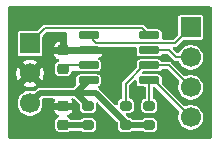
<source format=gbr>
%TF.GenerationSoftware,KiCad,Pcbnew,9.0.2+dfsg-1*%
%TF.CreationDate,2025-11-23T23:22:12+02:00*%
%TF.ProjectId,stm8s001j3-dev-board,73746d38-7330-4303-916a-332d6465762d,1*%
%TF.SameCoordinates,Original*%
%TF.FileFunction,Copper,L1,Top*%
%TF.FilePolarity,Positive*%
%FSLAX46Y46*%
G04 Gerber Fmt 4.6, Leading zero omitted, Abs format (unit mm)*
G04 Created by KiCad (PCBNEW 9.0.2+dfsg-1) date 2025-11-23 23:22:12*
%MOMM*%
%LPD*%
G01*
G04 APERTURE LIST*
G04 Aperture macros list*
%AMRoundRect*
0 Rectangle with rounded corners*
0 $1 Rounding radius*
0 $2 $3 $4 $5 $6 $7 $8 $9 X,Y pos of 4 corners*
0 Add a 4 corners polygon primitive as box body*
4,1,4,$2,$3,$4,$5,$6,$7,$8,$9,$2,$3,0*
0 Add four circle primitives for the rounded corners*
1,1,$1+$1,$2,$3*
1,1,$1+$1,$4,$5*
1,1,$1+$1,$6,$7*
1,1,$1+$1,$8,$9*
0 Add four rect primitives between the rounded corners*
20,1,$1+$1,$2,$3,$4,$5,0*
20,1,$1+$1,$4,$5,$6,$7,0*
20,1,$1+$1,$6,$7,$8,$9,0*
20,1,$1+$1,$8,$9,$2,$3,0*%
G04 Aperture macros list end*
%TA.AperFunction,SMDPad,CuDef*%
%ADD10RoundRect,0.225000X0.250000X-0.225000X0.250000X0.225000X-0.250000X0.225000X-0.250000X-0.225000X0*%
%TD*%
%TA.AperFunction,ComponentPad*%
%ADD11R,1.700000X1.700000*%
%TD*%
%TA.AperFunction,ComponentPad*%
%ADD12C,1.700000*%
%TD*%
%TA.AperFunction,SMDPad,CuDef*%
%ADD13RoundRect,0.150000X-0.725000X-0.150000X0.725000X-0.150000X0.725000X0.150000X-0.725000X0.150000X0*%
%TD*%
%TA.AperFunction,SMDPad,CuDef*%
%ADD14RoundRect,0.200000X0.275000X-0.200000X0.275000X0.200000X-0.275000X0.200000X-0.275000X-0.200000X0*%
%TD*%
%TA.AperFunction,SMDPad,CuDef*%
%ADD15RoundRect,0.200000X-0.275000X0.200000X-0.275000X-0.200000X0.275000X-0.200000X0.275000X0.200000X0*%
%TD*%
%TA.AperFunction,SMDPad,CuDef*%
%ADD16RoundRect,0.218750X-0.256250X0.218750X-0.256250X-0.218750X0.256250X-0.218750X0.256250X0.218750X0*%
%TD*%
%TA.AperFunction,Conductor*%
%ADD17C,0.200000*%
%TD*%
%TA.AperFunction,Conductor*%
%ADD18C,0.500000*%
%TD*%
G04 APERTURE END LIST*
D10*
%TO.P,C1,1*%
%TO.N,Net-(U1-VCAP)*%
X151200000Y-100350000D03*
%TO.P,C1,2*%
%TO.N,GND*%
X151200000Y-98800000D03*
%TD*%
D11*
%TO.P,J2,1,Pin_1*%
%TO.N,/SWIM*%
X148400000Y-98200000D03*
D12*
%TO.P,J2,2,Pin_2*%
%TO.N,GND*%
X148400000Y-100740000D03*
%TO.P,J2,3,Pin_3*%
%TO.N,+3V3*%
X148400000Y-103280000D03*
%TD*%
D13*
%TO.P,U1,1,PD6*%
%TO.N,/PD6*%
X153350000Y-97520000D03*
%TO.P,U1,2,VSS*%
%TO.N,GND*%
X153350000Y-98790000D03*
%TO.P,U1,3,VCAP*%
%TO.N,Net-(U1-VCAP)*%
X153350000Y-100060000D03*
%TO.P,U1,4,VDD*%
%TO.N,+3V3*%
X153350000Y-101330000D03*
%TO.P,U1,5,PB5*%
%TO.N,/SDA*%
X158500000Y-101330000D03*
%TO.P,U1,6,PB4*%
%TO.N,/SCL*%
X158500000Y-100060000D03*
%TO.P,U1,7,PC5*%
%TO.N,/PD5*%
X158500000Y-98790000D03*
%TO.P,U1,8,PD5*%
%TO.N,/SWIM*%
X158500000Y-97520000D03*
%TD*%
D14*
%TO.P,R2,1*%
%TO.N,+3V3*%
X156500000Y-105125000D03*
%TO.P,R2,2*%
%TO.N,/SCL*%
X156500000Y-103475000D03*
%TD*%
D15*
%TO.P,R3,1*%
%TO.N,+3V3*%
X153300000Y-103475000D03*
%TO.P,R3,2*%
%TO.N,Net-(D1-A)*%
X153300000Y-105125000D03*
%TD*%
D11*
%TO.P,J1,1,Pin_1*%
%TO.N,/PD6*%
X162000000Y-96850000D03*
D12*
%TO.P,J1,2,Pin_2*%
%TO.N,/PD5*%
X162000000Y-99390000D03*
%TO.P,J1,3,Pin_3*%
%TO.N,/SCL*%
X162000000Y-101930000D03*
%TO.P,J1,4,Pin_4*%
%TO.N,/SDA*%
X162000000Y-104470000D03*
%TD*%
D16*
%TO.P,D1,1,K*%
%TO.N,GND*%
X151200000Y-103512500D03*
%TO.P,D1,2,A*%
%TO.N,Net-(D1-A)*%
X151200000Y-105087500D03*
%TD*%
D14*
%TO.P,R1,1*%
%TO.N,+3V3*%
X158500000Y-105125000D03*
%TO.P,R1,2*%
%TO.N,/SDA*%
X158500000Y-103475000D03*
%TD*%
D17*
%TO.N,Net-(U1-VCAP)*%
X151490000Y-100060000D02*
X151200000Y-100350000D01*
X153350000Y-100060000D02*
X151490000Y-100060000D01*
%TO.N,/PD6*%
X162000000Y-96850000D02*
X160661000Y-98189000D01*
X154019000Y-98189000D02*
X153350000Y-97520000D01*
X160661000Y-98189000D02*
X154019000Y-98189000D01*
%TO.N,/SDA*%
X162000000Y-104470000D02*
X158860000Y-101330000D01*
X158500000Y-103475000D02*
X158500000Y-101330000D01*
X158860000Y-101330000D02*
X158500000Y-101330000D01*
%TO.N,/SCL*%
X158040000Y-100060000D02*
X158500000Y-100060000D01*
X156500000Y-101600000D02*
X158040000Y-100060000D01*
X162000000Y-101930000D02*
X160130000Y-100060000D01*
X160130000Y-100060000D02*
X158500000Y-100060000D01*
X156500000Y-103475000D02*
X156500000Y-101600000D01*
%TO.N,/PD5*%
X160790000Y-99390000D02*
X160190000Y-98790000D01*
X160190000Y-98790000D02*
X158500000Y-98790000D01*
X162000000Y-99390000D02*
X160790000Y-99390000D01*
%TO.N,/SWIM*%
X148400000Y-98200000D02*
X149681000Y-96919000D01*
X157899000Y-96919000D02*
X158500000Y-97520000D01*
X149681000Y-96919000D02*
X157899000Y-96919000D01*
D18*
%TO.N,Net-(D1-A)*%
X153300000Y-105125000D02*
X151237500Y-105125000D01*
D17*
X151237500Y-105125000D02*
X151200000Y-105087500D01*
%TO.N,+3V3*%
X156500000Y-104900000D02*
X156500000Y-105125000D01*
D18*
X152280000Y-102400000D02*
X154000000Y-102400000D01*
X153350000Y-101330000D02*
X152280000Y-102400000D01*
D17*
X153350000Y-103475000D02*
X153350000Y-103470000D01*
D18*
X148400000Y-103280000D02*
X149280000Y-102400000D01*
D17*
X152280000Y-102400000D02*
X152000000Y-102400000D01*
D18*
X152000000Y-102400000D02*
X152375000Y-102400000D01*
X154000000Y-102400000D02*
X156500000Y-104900000D01*
X153350000Y-103470000D02*
X152280000Y-102400000D01*
X149280000Y-102400000D02*
X152000000Y-102400000D01*
X156500000Y-105125000D02*
X158500000Y-105125000D01*
%TD*%
%TA.AperFunction,Conductor*%
%TO.N,GND*%
G36*
X163742539Y-95080185D02*
G01*
X163788294Y-95132989D01*
X163799500Y-95184500D01*
X163799500Y-106135500D01*
X163779815Y-106202539D01*
X163727011Y-106248294D01*
X163675500Y-106259500D01*
X146674500Y-106259500D01*
X146607461Y-106239815D01*
X146561706Y-106187011D01*
X146550500Y-106135500D01*
X146550500Y-103176530D01*
X147349500Y-103176530D01*
X147349500Y-103383469D01*
X147389868Y-103586412D01*
X147389870Y-103586420D01*
X147469058Y-103777596D01*
X147584024Y-103949657D01*
X147730342Y-104095975D01*
X147730345Y-104095977D01*
X147902402Y-104210941D01*
X148093580Y-104290130D01*
X148296530Y-104330499D01*
X148296534Y-104330500D01*
X148296535Y-104330500D01*
X148503466Y-104330500D01*
X148503467Y-104330499D01*
X148706420Y-104290130D01*
X148897598Y-104210941D01*
X149069655Y-104095977D01*
X149215977Y-103949655D01*
X149307620Y-103812500D01*
X150429880Y-103812500D01*
X150435010Y-103855223D01*
X150435010Y-103855224D01*
X150487325Y-103987886D01*
X150573489Y-104101510D01*
X150687113Y-104187674D01*
X150808765Y-104235647D01*
X150863909Y-104278553D01*
X150887102Y-104344461D01*
X150870982Y-104412445D01*
X150820665Y-104460922D01*
X150819571Y-104461486D01*
X150694250Y-104525341D01*
X150694243Y-104525346D01*
X150600346Y-104619243D01*
X150600343Y-104619248D01*
X150540047Y-104737582D01*
X150524500Y-104835748D01*
X150524500Y-105339251D01*
X150540047Y-105437417D01*
X150559364Y-105475329D01*
X150600342Y-105555751D01*
X150600344Y-105555753D01*
X150600346Y-105555756D01*
X150694243Y-105649653D01*
X150694245Y-105649654D01*
X150694249Y-105649658D01*
X150812580Y-105709951D01*
X150812581Y-105709951D01*
X150812583Y-105709952D01*
X150812582Y-105709952D01*
X150910749Y-105725500D01*
X150910754Y-105725500D01*
X151489251Y-105725500D01*
X151587417Y-105709952D01*
X151587418Y-105709951D01*
X151587420Y-105709951D01*
X151705751Y-105649658D01*
X151743589Y-105611820D01*
X151804912Y-105578334D01*
X151831271Y-105575500D01*
X152657746Y-105575500D01*
X152724785Y-105595185D01*
X152745428Y-105611820D01*
X152786653Y-105653046D01*
X152786655Y-105653047D01*
X152786658Y-105653050D01*
X152898332Y-105709951D01*
X152899698Y-105710647D01*
X152993475Y-105725499D01*
X152993481Y-105725500D01*
X153606518Y-105725499D01*
X153700304Y-105710646D01*
X153813342Y-105653050D01*
X153903050Y-105563342D01*
X153960646Y-105450304D01*
X153960646Y-105450302D01*
X153960647Y-105450301D01*
X153975499Y-105356524D01*
X153975500Y-105356519D01*
X153975499Y-104893482D01*
X153960646Y-104799696D01*
X153903050Y-104686658D01*
X153903046Y-104686654D01*
X153903045Y-104686652D01*
X153813347Y-104596954D01*
X153813344Y-104596952D01*
X153813342Y-104596950D01*
X153736517Y-104557805D01*
X153700301Y-104539352D01*
X153606524Y-104524500D01*
X152993482Y-104524500D01*
X152912519Y-104537323D01*
X152899696Y-104539354D01*
X152786658Y-104596950D01*
X152786657Y-104596951D01*
X152786653Y-104596953D01*
X152745428Y-104638180D01*
X152684105Y-104671666D01*
X152657746Y-104674500D01*
X151902981Y-104674500D01*
X151835942Y-104654815D01*
X151802660Y-104623381D01*
X151799656Y-104619246D01*
X151705756Y-104525346D01*
X151705747Y-104525339D01*
X151580429Y-104461486D01*
X151529633Y-104413512D01*
X151512838Y-104345691D01*
X151535376Y-104279556D01*
X151590091Y-104236105D01*
X151591235Y-104235647D01*
X151712885Y-104187675D01*
X151826510Y-104101510D01*
X151912674Y-103987886D01*
X151964989Y-103855224D01*
X151964989Y-103855223D01*
X151970120Y-103812500D01*
X150429880Y-103812500D01*
X149307620Y-103812500D01*
X149330941Y-103777598D01*
X149410130Y-103586420D01*
X149450500Y-103383465D01*
X149450500Y-103176535D01*
X149415125Y-102998691D01*
X149421352Y-102929100D01*
X149464215Y-102873922D01*
X149530105Y-102850678D01*
X149536742Y-102850500D01*
X150380274Y-102850500D01*
X150447313Y-102870185D01*
X150493068Y-102922989D01*
X150503012Y-102992147D01*
X150490417Y-103029216D01*
X150490437Y-103029224D01*
X150490279Y-103029624D01*
X150488360Y-103035273D01*
X150487327Y-103037109D01*
X150435010Y-103169775D01*
X150435010Y-103169776D01*
X150429879Y-103212500D01*
X151970120Y-103212500D01*
X151964989Y-103169776D01*
X151964989Y-103169775D01*
X151912672Y-103037109D01*
X151911640Y-103035273D01*
X151911205Y-103033389D01*
X151909563Y-103029224D01*
X151909677Y-103029179D01*
X151906932Y-103026011D01*
X151902669Y-102996369D01*
X151895942Y-102967190D01*
X151897749Y-102962152D01*
X151896988Y-102956853D01*
X151909429Y-102929609D01*
X151919544Y-102901428D01*
X151923788Y-102898167D01*
X151926013Y-102893297D01*
X151951205Y-102877106D01*
X151974953Y-102858865D01*
X151981491Y-102857643D01*
X151984791Y-102855523D01*
X152019726Y-102850500D01*
X152042035Y-102850500D01*
X152109074Y-102870185D01*
X152129716Y-102886819D01*
X152588181Y-103345284D01*
X152621666Y-103406607D01*
X152624500Y-103432965D01*
X152624500Y-103706517D01*
X152627344Y-103724471D01*
X152639354Y-103800304D01*
X152696950Y-103913342D01*
X152696952Y-103913344D01*
X152696954Y-103913347D01*
X152786652Y-104003045D01*
X152786654Y-104003046D01*
X152786658Y-104003050D01*
X152899694Y-104060645D01*
X152899698Y-104060647D01*
X152993475Y-104075499D01*
X152993481Y-104075500D01*
X153606518Y-104075499D01*
X153700304Y-104060646D01*
X153813342Y-104003050D01*
X153903050Y-103913342D01*
X153960646Y-103800304D01*
X153960646Y-103800302D01*
X153960647Y-103800301D01*
X153975499Y-103706524D01*
X153975500Y-103706519D01*
X153975499Y-103311963D01*
X153995183Y-103244925D01*
X154047987Y-103199170D01*
X154117146Y-103189226D01*
X154180701Y-103218251D01*
X154187180Y-103224283D01*
X155788181Y-104825284D01*
X155821666Y-104886607D01*
X155824500Y-104912965D01*
X155824500Y-105356517D01*
X155831536Y-105400941D01*
X155839354Y-105450304D01*
X155896950Y-105563342D01*
X155896952Y-105563344D01*
X155896954Y-105563347D01*
X155986652Y-105653045D01*
X155986654Y-105653046D01*
X155986658Y-105653050D01*
X156098332Y-105709951D01*
X156099698Y-105710647D01*
X156193475Y-105725499D01*
X156193481Y-105725500D01*
X156806518Y-105725499D01*
X156900304Y-105710646D01*
X157013342Y-105653050D01*
X157054572Y-105611820D01*
X157115895Y-105578334D01*
X157142254Y-105575500D01*
X157857746Y-105575500D01*
X157924785Y-105595185D01*
X157945428Y-105611820D01*
X157986653Y-105653046D01*
X157986655Y-105653047D01*
X157986658Y-105653050D01*
X158098332Y-105709951D01*
X158099698Y-105710647D01*
X158193475Y-105725499D01*
X158193481Y-105725500D01*
X158806518Y-105725499D01*
X158900304Y-105710646D01*
X159013342Y-105653050D01*
X159103050Y-105563342D01*
X159160646Y-105450304D01*
X159160646Y-105450302D01*
X159160647Y-105450301D01*
X159175499Y-105356524D01*
X159175500Y-105356519D01*
X159175499Y-104893482D01*
X159160646Y-104799696D01*
X159103050Y-104686658D01*
X159103046Y-104686654D01*
X159103045Y-104686652D01*
X159013347Y-104596954D01*
X159013344Y-104596952D01*
X159013342Y-104596950D01*
X158936517Y-104557805D01*
X158900301Y-104539352D01*
X158806524Y-104524500D01*
X158193482Y-104524500D01*
X158112519Y-104537323D01*
X158099696Y-104539354D01*
X157986658Y-104596950D01*
X157986657Y-104596951D01*
X157986653Y-104596953D01*
X157945428Y-104638180D01*
X157884105Y-104671666D01*
X157857746Y-104674500D01*
X157142254Y-104674500D01*
X157075215Y-104654815D01*
X157054572Y-104638180D01*
X157013346Y-104596953D01*
X157013344Y-104596952D01*
X157013342Y-104596950D01*
X156936517Y-104557805D01*
X156900301Y-104539352D01*
X156806526Y-104524500D01*
X156803371Y-104524252D01*
X156802242Y-104523821D01*
X156801707Y-104523737D01*
X156801724Y-104523624D01*
X156738083Y-104499369D01*
X156725418Y-104488315D01*
X156524283Y-104287180D01*
X156490798Y-104225857D01*
X156495782Y-104156165D01*
X156537654Y-104100232D01*
X156603118Y-104075815D01*
X156611964Y-104075499D01*
X156806517Y-104075499D01*
X156806518Y-104075499D01*
X156900304Y-104060646D01*
X157013342Y-104003050D01*
X157103050Y-103913342D01*
X157160646Y-103800304D01*
X157160646Y-103800302D01*
X157160647Y-103800301D01*
X157175499Y-103706524D01*
X157175500Y-103706519D01*
X157175499Y-103243482D01*
X157160646Y-103149696D01*
X157103050Y-103036658D01*
X157103046Y-103036654D01*
X157103045Y-103036652D01*
X157013347Y-102946954D01*
X157013344Y-102946952D01*
X157013342Y-102946950D01*
X156936517Y-102907805D01*
X156900301Y-102889352D01*
X156891020Y-102886337D01*
X156891836Y-102883825D01*
X156841963Y-102860180D01*
X156805034Y-102800866D01*
X156800500Y-102767640D01*
X156800500Y-101775832D01*
X156820185Y-101708793D01*
X156836815Y-101688155D01*
X157212819Y-101312150D01*
X157274142Y-101278666D01*
X157343834Y-101283650D01*
X157399767Y-101325522D01*
X157424184Y-101390986D01*
X157424500Y-101399832D01*
X157424500Y-101513260D01*
X157434426Y-101581391D01*
X157485803Y-101686485D01*
X157568514Y-101769196D01*
X157568515Y-101769196D01*
X157568517Y-101769198D01*
X157673607Y-101820573D01*
X157707673Y-101825536D01*
X157741739Y-101830500D01*
X157741740Y-101830500D01*
X158075500Y-101830500D01*
X158142539Y-101850185D01*
X158188294Y-101902989D01*
X158199500Y-101954500D01*
X158199500Y-102767640D01*
X158179815Y-102834679D01*
X158127011Y-102880434D01*
X158108842Y-102885911D01*
X158108981Y-102886337D01*
X158099699Y-102889352D01*
X158044297Y-102917580D01*
X157986658Y-102946950D01*
X157986657Y-102946951D01*
X157986652Y-102946954D01*
X157896954Y-103036652D01*
X157896951Y-103036657D01*
X157896950Y-103036658D01*
X157877751Y-103074337D01*
X157839352Y-103149698D01*
X157824500Y-103243475D01*
X157824500Y-103706517D01*
X157827344Y-103724471D01*
X157839354Y-103800304D01*
X157896950Y-103913342D01*
X157896952Y-103913344D01*
X157896954Y-103913347D01*
X157986652Y-104003045D01*
X157986654Y-104003046D01*
X157986658Y-104003050D01*
X158099694Y-104060645D01*
X158099698Y-104060647D01*
X158193475Y-104075499D01*
X158193481Y-104075500D01*
X158806518Y-104075499D01*
X158900304Y-104060646D01*
X159013342Y-104003050D01*
X159103050Y-103913342D01*
X159160646Y-103800304D01*
X159160646Y-103800302D01*
X159160647Y-103800301D01*
X159175499Y-103706524D01*
X159175500Y-103706519D01*
X159175499Y-103243482D01*
X159160646Y-103149696D01*
X159103050Y-103036658D01*
X159103046Y-103036654D01*
X159103045Y-103036652D01*
X159013347Y-102946954D01*
X159013344Y-102946952D01*
X159013342Y-102946950D01*
X158936517Y-102907805D01*
X158900301Y-102889352D01*
X158891020Y-102886337D01*
X158891836Y-102883825D01*
X158841963Y-102860180D01*
X158805034Y-102800866D01*
X158800500Y-102767640D01*
X158800500Y-101994833D01*
X158820185Y-101927794D01*
X158872989Y-101882039D01*
X158942147Y-101872095D01*
X159005703Y-101901120D01*
X159012181Y-101907152D01*
X161012924Y-103907895D01*
X161046409Y-103969218D01*
X161041425Y-104038910D01*
X161039804Y-104043029D01*
X160989870Y-104163579D01*
X160989868Y-104163587D01*
X160949500Y-104366530D01*
X160949500Y-104573469D01*
X160989868Y-104776412D01*
X160989870Y-104776420D01*
X161069058Y-104967596D01*
X161184024Y-105139657D01*
X161330342Y-105285975D01*
X161330345Y-105285977D01*
X161502402Y-105400941D01*
X161693580Y-105480130D01*
X161896530Y-105520499D01*
X161896534Y-105520500D01*
X161896535Y-105520500D01*
X162103466Y-105520500D01*
X162103467Y-105520499D01*
X162306420Y-105480130D01*
X162497598Y-105400941D01*
X162669655Y-105285977D01*
X162815977Y-105139655D01*
X162930941Y-104967598D01*
X163010130Y-104776420D01*
X163050500Y-104573465D01*
X163050500Y-104366535D01*
X163010130Y-104163580D01*
X162930941Y-103972402D01*
X162815977Y-103800345D01*
X162815975Y-103800342D01*
X162669657Y-103654024D01*
X162502616Y-103542412D01*
X162497598Y-103539059D01*
X162445002Y-103517273D01*
X162306420Y-103459870D01*
X162306412Y-103459868D01*
X162103469Y-103419500D01*
X162103465Y-103419500D01*
X161896535Y-103419500D01*
X161896530Y-103419500D01*
X161693587Y-103459868D01*
X161693579Y-103459870D01*
X161573029Y-103509804D01*
X161503559Y-103517273D01*
X161441080Y-103485998D01*
X161437895Y-103482924D01*
X159605851Y-101650880D01*
X159572366Y-101589557D01*
X159570828Y-101545324D01*
X159575500Y-101513260D01*
X159575500Y-101146740D01*
X159574532Y-101140099D01*
X159565573Y-101078608D01*
X159565573Y-101078607D01*
X159514198Y-100973517D01*
X159514196Y-100973515D01*
X159514196Y-100973514D01*
X159431485Y-100890803D01*
X159326391Y-100839426D01*
X159258261Y-100829500D01*
X159258260Y-100829500D01*
X157994833Y-100829500D01*
X157973587Y-100823261D01*
X157951499Y-100821682D01*
X157940715Y-100813609D01*
X157927794Y-100809815D01*
X157913294Y-100793081D01*
X157895566Y-100779810D01*
X157890858Y-100767189D01*
X157882039Y-100757011D01*
X157878887Y-100735093D01*
X157871149Y-100714346D01*
X157874011Y-100701185D01*
X157872095Y-100687853D01*
X157881294Y-100667709D01*
X157886001Y-100646073D01*
X157899269Y-100628347D01*
X157901120Y-100624297D01*
X157907152Y-100617819D01*
X157928152Y-100596819D01*
X157989475Y-100563334D01*
X158015833Y-100560500D01*
X159258261Y-100560500D01*
X159280971Y-100557191D01*
X159326393Y-100550573D01*
X159431483Y-100499198D01*
X159514198Y-100416483D01*
X159514200Y-100416477D01*
X159517077Y-100412450D01*
X159572051Y-100369326D01*
X159617997Y-100360500D01*
X159954167Y-100360500D01*
X160021206Y-100380185D01*
X160041848Y-100396819D01*
X161012924Y-101367895D01*
X161046409Y-101429218D01*
X161041425Y-101498910D01*
X161039804Y-101503029D01*
X160989870Y-101623579D01*
X160989868Y-101623587D01*
X160949500Y-101826530D01*
X160949500Y-102033469D01*
X160989868Y-102236412D01*
X160989870Y-102236420D01*
X161069058Y-102427596D01*
X161184024Y-102599657D01*
X161330342Y-102745975D01*
X161330345Y-102745977D01*
X161502402Y-102860941D01*
X161693580Y-102940130D01*
X161829621Y-102967190D01*
X161896530Y-102980499D01*
X161896534Y-102980500D01*
X161896535Y-102980500D01*
X162103466Y-102980500D01*
X162103467Y-102980499D01*
X162306420Y-102940130D01*
X162497598Y-102860941D01*
X162669655Y-102745977D01*
X162815977Y-102599655D01*
X162930941Y-102427598D01*
X163010130Y-102236420D01*
X163050500Y-102033465D01*
X163050500Y-101826535D01*
X163010130Y-101623580D01*
X162930941Y-101432402D01*
X162815977Y-101260345D01*
X162815975Y-101260342D01*
X162669657Y-101114024D01*
X162502616Y-101002412D01*
X162497598Y-100999059D01*
X162462978Y-100984719D01*
X162306420Y-100919870D01*
X162306412Y-100919868D01*
X162103469Y-100879500D01*
X162103465Y-100879500D01*
X161896535Y-100879500D01*
X161896530Y-100879500D01*
X161693587Y-100919868D01*
X161693579Y-100919870D01*
X161573029Y-100969804D01*
X161503559Y-100977273D01*
X161441080Y-100945998D01*
X161437895Y-100942924D01*
X160314512Y-99819541D01*
X160314511Y-99819540D01*
X160295574Y-99808607D01*
X160295574Y-99808605D01*
X160295571Y-99808605D01*
X160245994Y-99779981D01*
X160245991Y-99779979D01*
X160197727Y-99767047D01*
X160169562Y-99759500D01*
X160169560Y-99759500D01*
X159617997Y-99759500D01*
X159550958Y-99739815D01*
X159517077Y-99707550D01*
X159514194Y-99703512D01*
X159431485Y-99620803D01*
X159326391Y-99569426D01*
X159258261Y-99559500D01*
X159258260Y-99559500D01*
X157741740Y-99559500D01*
X157741739Y-99559500D01*
X157673608Y-99569426D01*
X157568514Y-99620803D01*
X157485803Y-99703514D01*
X157434427Y-99808607D01*
X157424500Y-99876739D01*
X157424500Y-100199166D01*
X157404815Y-100266205D01*
X157388181Y-100286847D01*
X156315489Y-101359540D01*
X156259541Y-101415487D01*
X156259535Y-101415495D01*
X156219982Y-101484004D01*
X156219979Y-101484009D01*
X156206326Y-101534962D01*
X156203552Y-101545318D01*
X156199500Y-101560439D01*
X156199500Y-102767640D01*
X156179815Y-102834679D01*
X156127011Y-102880434D01*
X156108842Y-102885911D01*
X156108981Y-102886337D01*
X156099699Y-102889352D01*
X156044297Y-102917580D01*
X155986658Y-102946950D01*
X155986657Y-102946951D01*
X155986652Y-102946954D01*
X155896954Y-103036652D01*
X155896951Y-103036657D01*
X155896950Y-103036658D01*
X155877751Y-103074337D01*
X155839352Y-103149698D01*
X155824500Y-103243475D01*
X155824500Y-103288035D01*
X155804815Y-103355074D01*
X155752011Y-103400829D01*
X155682853Y-103410773D01*
X155619297Y-103381748D01*
X155612819Y-103375716D01*
X154276616Y-102039513D01*
X154276610Y-102039508D01*
X154227064Y-102010903D01*
X154178848Y-101960336D01*
X154165626Y-101891729D01*
X154191594Y-101826864D01*
X154234602Y-101792116D01*
X154281483Y-101769198D01*
X154364198Y-101686483D01*
X154415573Y-101581393D01*
X154425500Y-101513260D01*
X154425500Y-101146740D01*
X154424532Y-101140099D01*
X154415573Y-101078608D01*
X154415573Y-101078607D01*
X154364198Y-100973517D01*
X154364196Y-100973515D01*
X154364196Y-100973514D01*
X154281485Y-100890803D01*
X154176391Y-100839426D01*
X154108261Y-100829500D01*
X154108260Y-100829500D01*
X152591740Y-100829500D01*
X152591739Y-100829500D01*
X152523608Y-100839426D01*
X152418514Y-100890803D01*
X152335803Y-100973514D01*
X152284426Y-101078608D01*
X152274500Y-101146739D01*
X152274500Y-101513260D01*
X152284426Y-101581392D01*
X152284426Y-101581393D01*
X152303686Y-101620790D01*
X152307678Y-101644174D01*
X152315969Y-101666403D01*
X152313449Y-101677982D01*
X152315444Y-101689663D01*
X152306160Y-101711493D01*
X152301117Y-101734676D01*
X152289965Y-101749572D01*
X152288100Y-101753960D01*
X152279967Y-101762930D01*
X152129714Y-101913182D01*
X152068393Y-101946666D01*
X152042035Y-101949500D01*
X149220691Y-101949500D01*
X149130325Y-101973713D01*
X149130324Y-101973712D01*
X149106116Y-101980199D01*
X149106113Y-101980200D01*
X149003386Y-102039511D01*
X149003383Y-102039513D01*
X148808842Y-102234054D01*
X148747519Y-102267539D01*
X148696970Y-102267990D01*
X148503468Y-102229500D01*
X148503465Y-102229500D01*
X148296535Y-102229500D01*
X148296530Y-102229500D01*
X148093587Y-102269868D01*
X148093579Y-102269870D01*
X147902403Y-102349058D01*
X147730342Y-102464024D01*
X147584024Y-102610342D01*
X147469058Y-102782403D01*
X147389870Y-102973579D01*
X147389868Y-102973587D01*
X147349500Y-103176530D01*
X146550500Y-103176530D01*
X146550500Y-100649493D01*
X147250000Y-100649493D01*
X147250000Y-100830506D01*
X147278317Y-101009293D01*
X147334251Y-101181444D01*
X147334252Y-101181447D01*
X147401772Y-101313961D01*
X147902094Y-100813641D01*
X147934075Y-100932993D01*
X147999901Y-101047007D01*
X148092993Y-101140099D01*
X148207007Y-101205925D01*
X148326357Y-101237905D01*
X147826036Y-101738225D01*
X147958555Y-101805748D01*
X148130706Y-101861682D01*
X148309494Y-101890000D01*
X148490506Y-101890000D01*
X148669293Y-101861682D01*
X148841441Y-101805749D01*
X148973962Y-101738225D01*
X148473642Y-101237905D01*
X148592993Y-101205925D01*
X148707007Y-101140099D01*
X148800099Y-101047007D01*
X148865925Y-100932993D01*
X148897905Y-100813641D01*
X149398225Y-101313962D01*
X149465749Y-101181441D01*
X149521682Y-101009293D01*
X149550000Y-100830506D01*
X149550000Y-100649493D01*
X149521682Y-100470706D01*
X149465748Y-100298555D01*
X149398225Y-100166036D01*
X148897905Y-100666357D01*
X148865925Y-100547007D01*
X148800099Y-100432993D01*
X148707007Y-100339901D01*
X148592993Y-100274075D01*
X148473642Y-100242094D01*
X148973962Y-99741773D01*
X148841447Y-99674252D01*
X148841444Y-99674251D01*
X148669293Y-99618317D01*
X148490506Y-99590000D01*
X148309494Y-99590000D01*
X148130706Y-99618317D01*
X147958555Y-99674251D01*
X147958552Y-99674252D01*
X147826037Y-99741773D01*
X148326358Y-100242094D01*
X148207007Y-100274075D01*
X148092993Y-100339901D01*
X147999901Y-100432993D01*
X147934075Y-100547007D01*
X147902094Y-100666357D01*
X147401773Y-100166037D01*
X147334252Y-100298552D01*
X147334251Y-100298555D01*
X147278317Y-100470706D01*
X147250000Y-100649493D01*
X146550500Y-100649493D01*
X146550500Y-97330247D01*
X147349500Y-97330247D01*
X147349500Y-99069752D01*
X147361131Y-99128229D01*
X147361132Y-99128230D01*
X147405447Y-99194552D01*
X147471769Y-99238867D01*
X147471770Y-99238868D01*
X147530247Y-99250499D01*
X147530250Y-99250500D01*
X147530252Y-99250500D01*
X149269750Y-99250500D01*
X149269751Y-99250499D01*
X149284568Y-99247552D01*
X149328229Y-99238868D01*
X149328229Y-99238867D01*
X149328231Y-99238867D01*
X149394552Y-99194552D01*
X149438867Y-99128231D01*
X149438867Y-99128229D01*
X149438868Y-99128229D01*
X149444483Y-99100000D01*
X150429071Y-99100000D01*
X150435131Y-99150467D01*
X150435131Y-99150468D01*
X150488077Y-99284729D01*
X150575278Y-99399721D01*
X150690270Y-99486922D01*
X150758334Y-99513763D01*
X150813478Y-99556669D01*
X150836671Y-99622577D01*
X150820551Y-99690561D01*
X150770234Y-99739038D01*
X150769140Y-99739602D01*
X150696781Y-99776471D01*
X150696774Y-99776476D01*
X150601476Y-99871774D01*
X150601473Y-99871778D01*
X150540279Y-99991878D01*
X150524500Y-100091506D01*
X150524500Y-100608493D01*
X150540279Y-100708121D01*
X150540280Y-100708124D01*
X150540281Y-100708126D01*
X150601472Y-100828220D01*
X150601473Y-100828221D01*
X150601476Y-100828225D01*
X150696774Y-100923523D01*
X150696778Y-100923526D01*
X150696780Y-100923528D01*
X150816874Y-100984719D01*
X150816876Y-100984719D01*
X150816878Y-100984720D01*
X150916507Y-101000500D01*
X150916512Y-101000500D01*
X151483493Y-101000500D01*
X151583121Y-100984720D01*
X151583121Y-100984719D01*
X151583126Y-100984719D01*
X151703220Y-100923528D01*
X151798528Y-100828220D01*
X151859719Y-100708126D01*
X151859720Y-100708121D01*
X151866613Y-100664603D01*
X151896542Y-100601468D01*
X151955853Y-100564536D01*
X151989086Y-100560000D01*
X152580358Y-100560000D01*
X152589326Y-100560325D01*
X152591739Y-100560500D01*
X152591740Y-100560500D01*
X154108261Y-100560500D01*
X154130971Y-100557191D01*
X154176393Y-100550573D01*
X154281483Y-100499198D01*
X154364198Y-100416483D01*
X154415573Y-100311393D01*
X154425500Y-100243260D01*
X154425500Y-99876740D01*
X154424776Y-99871774D01*
X154415573Y-99808607D01*
X154399863Y-99776471D01*
X154364198Y-99703517D01*
X154364196Y-99703515D01*
X154364196Y-99703514D01*
X154281485Y-99620803D01*
X154218793Y-99590155D01*
X154167210Y-99543027D01*
X154149296Y-99475493D01*
X154170737Y-99408994D01*
X154224726Y-99364644D01*
X154232300Y-99361712D01*
X154287643Y-99342347D01*
X154287645Y-99342346D01*
X154396792Y-99261792D01*
X154477346Y-99152644D01*
X154499266Y-99090000D01*
X152480000Y-99090000D01*
X151650000Y-99090000D01*
X151650000Y-99100000D01*
X150429071Y-99100000D01*
X149444483Y-99100000D01*
X149450499Y-99069752D01*
X149450500Y-99069750D01*
X149450500Y-98500000D01*
X150429070Y-98500000D01*
X150900000Y-98500000D01*
X150900000Y-98051068D01*
X150899999Y-98051068D01*
X150824532Y-98060131D01*
X150824531Y-98060131D01*
X150690270Y-98113077D01*
X150575278Y-98200278D01*
X150488077Y-98315270D01*
X150435131Y-98449531D01*
X150435131Y-98449532D01*
X150429070Y-98500000D01*
X149450500Y-98500000D01*
X149450500Y-97625833D01*
X149470185Y-97558794D01*
X149486819Y-97538152D01*
X149769152Y-97255819D01*
X149830475Y-97222334D01*
X149856833Y-97219500D01*
X151376000Y-97219500D01*
X151443039Y-97239185D01*
X151488794Y-97291989D01*
X151500000Y-97343500D01*
X151500000Y-98500000D01*
X152066880Y-98500000D01*
X152550000Y-98500000D01*
X152550000Y-98490000D01*
X154561101Y-98490000D01*
X154563685Y-98489500D01*
X157300500Y-98489500D01*
X157367539Y-98509185D01*
X157413294Y-98561989D01*
X157424500Y-98613500D01*
X157424500Y-98973260D01*
X157434426Y-99041391D01*
X157485803Y-99146485D01*
X157568514Y-99229196D01*
X157568515Y-99229196D01*
X157568517Y-99229198D01*
X157673607Y-99280573D01*
X157702131Y-99284729D01*
X157741739Y-99290500D01*
X157741740Y-99290500D01*
X159258261Y-99290500D01*
X159285508Y-99286530D01*
X159326393Y-99280573D01*
X159431483Y-99229198D01*
X159514198Y-99146483D01*
X159514200Y-99146477D01*
X159517077Y-99142450D01*
X159572051Y-99099326D01*
X159617997Y-99090500D01*
X160014167Y-99090500D01*
X160081206Y-99110185D01*
X160101848Y-99126819D01*
X160549540Y-99574511D01*
X160605489Y-99630460D01*
X160605491Y-99630461D01*
X160605495Y-99630464D01*
X160674004Y-99670017D01*
X160674011Y-99670021D01*
X160750438Y-99690500D01*
X160904564Y-99690500D01*
X160971603Y-99710185D01*
X161017358Y-99762989D01*
X161019121Y-99767039D01*
X161024482Y-99779981D01*
X161069058Y-99887596D01*
X161184024Y-100059657D01*
X161330342Y-100205975D01*
X161330345Y-100205977D01*
X161502402Y-100320941D01*
X161693580Y-100400130D01*
X161858795Y-100432993D01*
X161896530Y-100440499D01*
X161896534Y-100440500D01*
X161896535Y-100440500D01*
X162103466Y-100440500D01*
X162103467Y-100440499D01*
X162306420Y-100400130D01*
X162497598Y-100320941D01*
X162669655Y-100205977D01*
X162815977Y-100059655D01*
X162930941Y-99887598D01*
X163010130Y-99696420D01*
X163050500Y-99493465D01*
X163050500Y-99286535D01*
X163010130Y-99083580D01*
X162930941Y-98892402D01*
X162815977Y-98720345D01*
X162815975Y-98720342D01*
X162669657Y-98574024D01*
X162512507Y-98469021D01*
X162497598Y-98459059D01*
X162426135Y-98429458D01*
X162306420Y-98379870D01*
X162306412Y-98379868D01*
X162103469Y-98339500D01*
X162103465Y-98339500D01*
X161896535Y-98339500D01*
X161896530Y-98339500D01*
X161693587Y-98379868D01*
X161693579Y-98379870D01*
X161502403Y-98459058D01*
X161330342Y-98574024D01*
X161184024Y-98720342D01*
X161069057Y-98892404D01*
X161037070Y-98969629D01*
X160993229Y-99024032D01*
X160926934Y-99046097D01*
X160859235Y-99028818D01*
X160834828Y-99009857D01*
X160526152Y-98701181D01*
X160492667Y-98639858D01*
X160497651Y-98570166D01*
X160539523Y-98514233D01*
X160604987Y-98489816D01*
X160613833Y-98489500D01*
X160700560Y-98489500D01*
X160700562Y-98489500D01*
X160776989Y-98469021D01*
X160845511Y-98429460D01*
X160901460Y-98373511D01*
X161338152Y-97936819D01*
X161399475Y-97903334D01*
X161425833Y-97900500D01*
X162869750Y-97900500D01*
X162869751Y-97900499D01*
X162884568Y-97897552D01*
X162928229Y-97888868D01*
X162928229Y-97888867D01*
X162928231Y-97888867D01*
X162994552Y-97844552D01*
X163038867Y-97778231D01*
X163038867Y-97778229D01*
X163038868Y-97778229D01*
X163050499Y-97719752D01*
X163050500Y-97719750D01*
X163050500Y-95980249D01*
X163050499Y-95980247D01*
X163038868Y-95921770D01*
X163038867Y-95921769D01*
X162994552Y-95855447D01*
X162928230Y-95811132D01*
X162928229Y-95811131D01*
X162869752Y-95799500D01*
X162869748Y-95799500D01*
X161130252Y-95799500D01*
X161130247Y-95799500D01*
X161071770Y-95811131D01*
X161071769Y-95811132D01*
X161005447Y-95855447D01*
X160961132Y-95921769D01*
X160961131Y-95921770D01*
X160949500Y-95980247D01*
X160949500Y-97424167D01*
X160929815Y-97491206D01*
X160913181Y-97511848D01*
X160572848Y-97852181D01*
X160511525Y-97885666D01*
X160485167Y-97888500D01*
X159691886Y-97888500D01*
X159624847Y-97868815D01*
X159579092Y-97816011D01*
X159569148Y-97746853D01*
X159569182Y-97746621D01*
X159573098Y-97719748D01*
X159575500Y-97703260D01*
X159575500Y-97336740D01*
X159565573Y-97268607D01*
X159514198Y-97163517D01*
X159514196Y-97163515D01*
X159514196Y-97163514D01*
X159431485Y-97080803D01*
X159326391Y-97029426D01*
X159258261Y-97019500D01*
X159258260Y-97019500D01*
X158475833Y-97019500D01*
X158408794Y-96999815D01*
X158388152Y-96983181D01*
X158083513Y-96678542D01*
X158083511Y-96678540D01*
X158060906Y-96665489D01*
X158014991Y-96638980D01*
X158014990Y-96638979D01*
X157989513Y-96632152D01*
X157938562Y-96618500D01*
X149720562Y-96618500D01*
X149641438Y-96618500D01*
X149565010Y-96638978D01*
X149496489Y-96678540D01*
X149496486Y-96678542D01*
X149061848Y-97113181D01*
X149000525Y-97146666D01*
X148974167Y-97149500D01*
X147530247Y-97149500D01*
X147471770Y-97161131D01*
X147471769Y-97161132D01*
X147405447Y-97205447D01*
X147361132Y-97271769D01*
X147361131Y-97271770D01*
X147349500Y-97330247D01*
X146550500Y-97330247D01*
X146550500Y-95184500D01*
X146570185Y-95117461D01*
X146622989Y-95071706D01*
X146674500Y-95060500D01*
X163675500Y-95060500D01*
X163742539Y-95080185D01*
G37*
%TD.AperFunction*%
%TD*%
M02*

</source>
